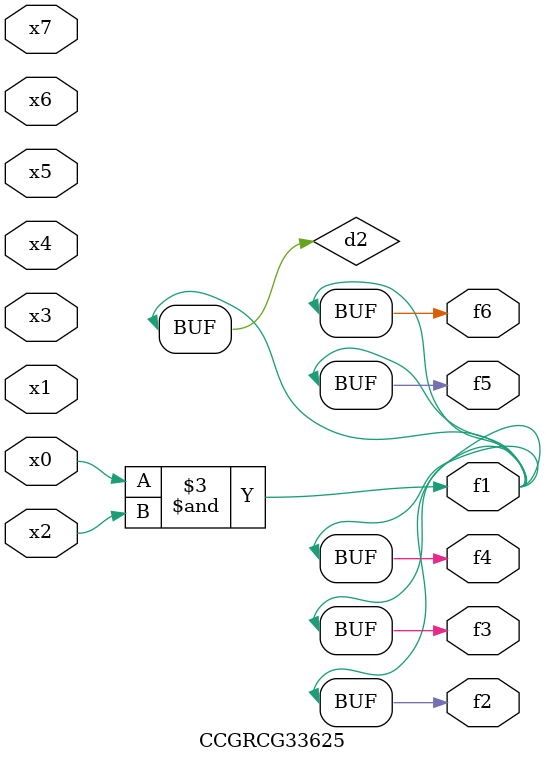
<source format=v>
module CCGRCG33625(
	input x0, x1, x2, x3, x4, x5, x6, x7,
	output f1, f2, f3, f4, f5, f6
);

	wire d1, d2;

	nor (d1, x3, x6);
	and (d2, x0, x2);
	assign f1 = d2;
	assign f2 = d2;
	assign f3 = d2;
	assign f4 = d2;
	assign f5 = d2;
	assign f6 = d2;
endmodule

</source>
